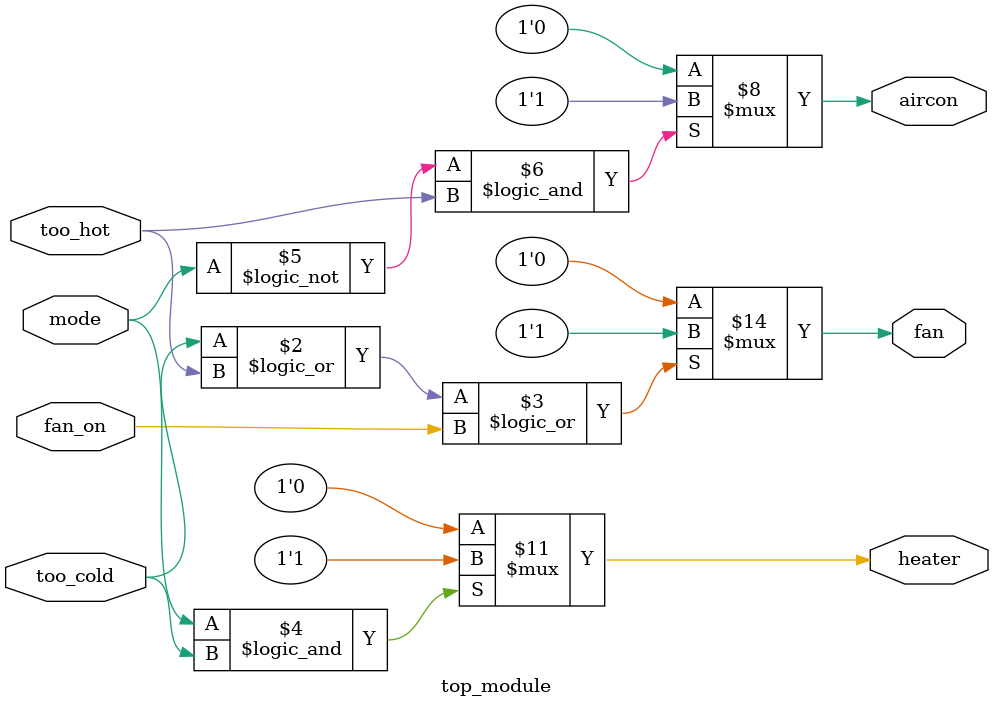
<source format=sv>
module top_module(
    input mode,
    input too_cold, 
    input too_hot,
    input fan_on,
    output reg heater,
    output reg aircon,
    output reg fan
);

always @(*) begin
    // Set default values
    heater = 0;
    aircon = 0;
    fan = 0;

    // Control the fan
    if (too_cold || too_hot || fan_on) begin
        fan = 1;
    end

    // Control the heater
    if (mode && too_cold) begin
        heater = 1;
    end

    // Control the air conditioner
    if (!mode && too_hot) begin
        aircon = 1;
    end
end

endmodule

</source>
